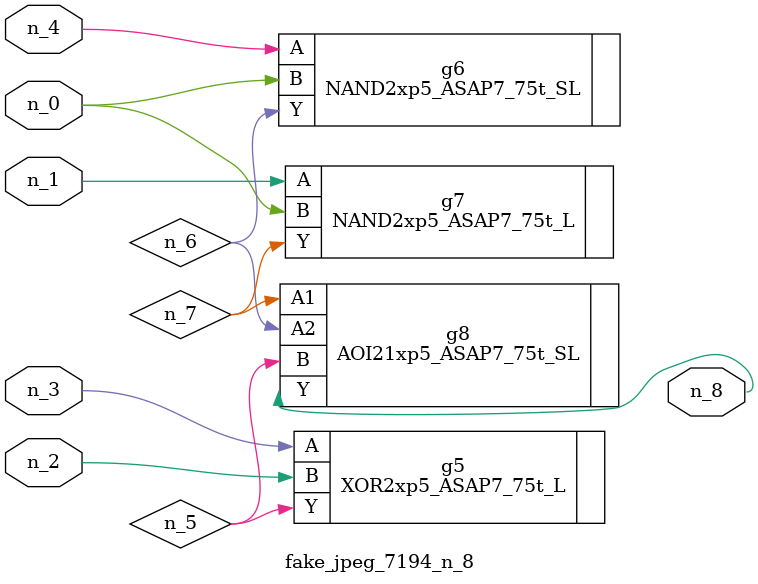
<source format=v>
module fake_jpeg_7194_n_8 (n_3, n_2, n_1, n_0, n_4, n_8);

input n_3;
input n_2;
input n_1;
input n_0;
input n_4;

output n_8;

wire n_6;
wire n_5;
wire n_7;

XOR2xp5_ASAP7_75t_L g5 ( 
.A(n_3),
.B(n_2),
.Y(n_5)
);

NAND2xp5_ASAP7_75t_SL g6 ( 
.A(n_4),
.B(n_0),
.Y(n_6)
);

NAND2xp5_ASAP7_75t_L g7 ( 
.A(n_1),
.B(n_0),
.Y(n_7)
);

AOI21xp5_ASAP7_75t_SL g8 ( 
.A1(n_7),
.A2(n_6),
.B(n_5),
.Y(n_8)
);


endmodule
</source>
